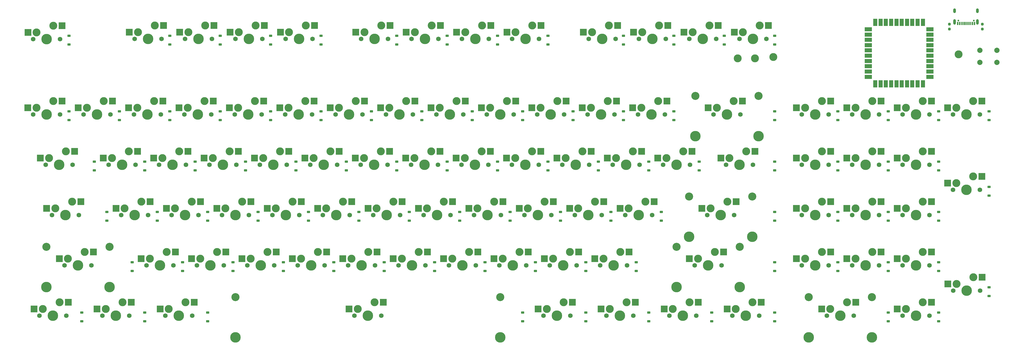
<source format=gbr>
%TF.GenerationSoftware,KiCad,Pcbnew,8.0.5*%
%TF.CreationDate,2024-11-10T22:51:29+11:00*%
%TF.ProjectId,keyboard,6b657962-6f61-4726-942e-6b696361645f,rev?*%
%TF.SameCoordinates,Original*%
%TF.FileFunction,Soldermask,Bot*%
%TF.FilePolarity,Negative*%
%FSLAX46Y46*%
G04 Gerber Fmt 4.6, Leading zero omitted, Abs format (unit mm)*
G04 Created by KiCad (PCBNEW 8.0.5) date 2024-11-10 22:51:29*
%MOMM*%
%LPD*%
G01*
G04 APERTURE LIST*
G04 Aperture macros list*
%AMRoundRect*
0 Rectangle with rounded corners*
0 $1 Rounding radius*
0 $2 $3 $4 $5 $6 $7 $8 $9 X,Y pos of 4 corners*
0 Add a 4 corners polygon primitive as box body*
4,1,4,$2,$3,$4,$5,$6,$7,$8,$9,$2,$3,0*
0 Add four circle primitives for the rounded corners*
1,1,$1+$1,$2,$3*
1,1,$1+$1,$4,$5*
1,1,$1+$1,$6,$7*
1,1,$1+$1,$8,$9*
0 Add four rect primitives between the rounded corners*
20,1,$1+$1,$2,$3,$4,$5,0*
20,1,$1+$1,$4,$5,$6,$7,0*
20,1,$1+$1,$6,$7,$8,$9,0*
20,1,$1+$1,$8,$9,$2,$3,0*%
G04 Aperture macros list end*
%ADD10C,1.750000*%
%ADD11C,3.000000*%
%ADD12C,3.987800*%
%ADD13R,2.550000X2.500000*%
%ADD14C,3.048000*%
%ADD15RoundRect,0.225000X0.375000X-0.225000X0.375000X0.225000X-0.375000X0.225000X-0.375000X-0.225000X0*%
%ADD16R,1.500000X2.800000*%
%ADD17R,2.800000X1.500000*%
%ADD18C,2.000000*%
%ADD19RoundRect,0.237500X-0.237500X0.250000X-0.237500X-0.250000X0.237500X-0.250000X0.237500X0.250000X0*%
%ADD20C,0.650000*%
%ADD21R,0.600000X1.240000*%
%ADD22R,0.300000X1.240000*%
%ADD23O,1.000000X1.800000*%
%ADD24O,1.000000X2.100000*%
G04 APERTURE END LIST*
D10*
%TO.C,K_19*%
X141495000Y-60725000D03*
D11*
X142765000Y-58185000D03*
D12*
X146575000Y-60725000D03*
D11*
X149115000Y-55645000D03*
D10*
X151655000Y-60725000D03*
D13*
X139490000Y-58185000D03*
X152417000Y-55645000D03*
%TD*%
D10*
%TO.C,K_20*%
X160545000Y-60725000D03*
D11*
X161815000Y-58185000D03*
D12*
X165625000Y-60725000D03*
D11*
X168165000Y-55645000D03*
D10*
X170705000Y-60725000D03*
D13*
X158540000Y-58185000D03*
X171467000Y-55645000D03*
%TD*%
D10*
%TO.C,K_16*%
X84345000Y-60725000D03*
D11*
X85615000Y-58185000D03*
D12*
X89425000Y-60725000D03*
D11*
X91965000Y-55645000D03*
D10*
X94505000Y-60725000D03*
D13*
X82340000Y-58185000D03*
X95267000Y-55645000D03*
%TD*%
D10*
%TO.C,K_F11*%
X275181706Y-32124520D03*
D11*
X276451706Y-29584520D03*
D12*
X280261706Y-32124520D03*
D11*
X282801706Y-27044520D03*
D10*
X285341706Y-32124520D03*
D13*
X273176706Y-29584520D03*
X286103706Y-27044520D03*
%TD*%
D10*
%TO.C,K_45*%
X317707500Y-79775000D03*
D11*
X318977500Y-77235000D03*
D12*
X322787500Y-79775000D03*
D11*
X325327500Y-74695000D03*
D10*
X327867500Y-79775000D03*
D13*
X315702500Y-77235000D03*
X328629500Y-74695000D03*
%TD*%
D10*
%TO.C,K_13*%
X27195000Y-60725000D03*
D11*
X28465000Y-58185000D03*
D12*
X32275000Y-60725000D03*
D11*
X34815000Y-55645000D03*
D10*
X37355000Y-60725000D03*
D13*
X25190000Y-58185000D03*
X38117000Y-55645000D03*
%TD*%
%TO.C,K_75*%
X252429500Y-112795000D03*
X239502500Y-115335000D03*
D10*
X251667500Y-117875000D03*
D11*
X249127500Y-112795000D03*
D12*
X246587500Y-117875000D03*
D11*
X242777500Y-115335000D03*
D10*
X241507500Y-117875000D03*
%TD*%
%TO.C,K_56*%
X174832500Y-98825000D03*
D11*
X176102500Y-96285000D03*
D12*
X179912500Y-98825000D03*
D11*
X182452500Y-93745000D03*
D10*
X184992500Y-98825000D03*
D13*
X172827500Y-96285000D03*
X185754500Y-93745000D03*
%TD*%
D10*
%TO.C,K_46*%
X336757500Y-79775000D03*
D11*
X338027500Y-77235000D03*
D12*
X341837500Y-79775000D03*
D11*
X344377500Y-74695000D03*
D10*
X346917500Y-79775000D03*
D13*
X334752500Y-77235000D03*
X347679500Y-74695000D03*
%TD*%
D10*
%TO.C,K_78*%
X336757500Y-117875000D03*
D11*
X338027500Y-115335000D03*
D12*
X341837500Y-117875000D03*
D11*
X344377500Y-112795000D03*
D10*
X346917500Y-117875000D03*
D13*
X334752500Y-115335000D03*
X347679500Y-112795000D03*
%TD*%
%TO.C,K_74*%
X233379500Y-112795000D03*
X220452500Y-115335000D03*
D10*
X232617500Y-117875000D03*
D11*
X230077500Y-112795000D03*
D12*
X227537500Y-117875000D03*
D11*
X223727500Y-115335000D03*
D10*
X222457500Y-117875000D03*
%TD*%
%TO.C,K_35*%
X112920000Y-79775000D03*
D11*
X114190000Y-77235000D03*
D12*
X118000000Y-79775000D03*
D11*
X120540000Y-74695000D03*
D10*
X123080000Y-79775000D03*
D13*
X110915000Y-77235000D03*
X123842000Y-74695000D03*
%TD*%
D10*
%TO.C,K_15*%
X65295000Y-60725000D03*
D11*
X66565000Y-58185000D03*
D12*
X70375000Y-60725000D03*
D11*
X72915000Y-55645000D03*
D10*
X75455000Y-60725000D03*
D13*
X63290000Y-58185000D03*
X76217000Y-55645000D03*
%TD*%
D10*
%TO.C,K_ESC1*%
X27250000Y-32205000D03*
D11*
X28520000Y-29665000D03*
D12*
X32330000Y-32205000D03*
D11*
X34870000Y-27125000D03*
D10*
X37410000Y-32205000D03*
D13*
X25245000Y-29665000D03*
X38172000Y-27125000D03*
%TD*%
D10*
%TO.C,K_38*%
X170070000Y-79775000D03*
D11*
X171340000Y-77235000D03*
D12*
X175150000Y-79775000D03*
D11*
X177690000Y-74695000D03*
D10*
X180230000Y-79775000D03*
D13*
X168065000Y-77235000D03*
X180992000Y-74695000D03*
%TD*%
D10*
%TO.C,K_79*%
X355807500Y-117875000D03*
D11*
X357077500Y-115335000D03*
D12*
X360887500Y-117875000D03*
D11*
X363427500Y-112795000D03*
D10*
X365967500Y-117875000D03*
D13*
X353802500Y-115335000D03*
X366729500Y-112795000D03*
%TD*%
D10*
%TO.C,K_86*%
X243888750Y-136925000D03*
D11*
X245158750Y-134385000D03*
D12*
X248968750Y-136925000D03*
D11*
X251508750Y-131845000D03*
D10*
X254048750Y-136925000D03*
D13*
X241883750Y-134385000D03*
X254810750Y-131845000D03*
%TD*%
D10*
%TO.C,K_F9*%
X237170000Y-32125000D03*
D11*
X238440000Y-29585000D03*
D12*
X242250000Y-32125000D03*
D11*
X244790000Y-27045000D03*
D10*
X247330000Y-32125000D03*
D13*
X235165000Y-29585000D03*
X248092000Y-27045000D03*
%TD*%
D10*
%TO.C,K_88*%
X291513750Y-136925000D03*
D11*
X292783750Y-134385000D03*
D12*
X296593750Y-136925000D03*
D11*
X299133750Y-131845000D03*
D10*
X301673750Y-136925000D03*
D13*
X289508750Y-134385000D03*
X302435750Y-131845000D03*
%TD*%
D10*
%TO.C,K_81*%
X29576250Y-136925000D03*
D11*
X30846250Y-134385000D03*
D12*
X34656250Y-136925000D03*
D11*
X37196250Y-131845000D03*
D10*
X39736250Y-136925000D03*
D13*
X27571250Y-134385000D03*
X40498250Y-131845000D03*
%TD*%
D10*
%TO.C,K_23*%
X217695000Y-60725000D03*
D11*
X218965000Y-58185000D03*
D12*
X222775000Y-60725000D03*
D11*
X225315000Y-55645000D03*
D10*
X227855000Y-60725000D03*
D13*
X215690000Y-58185000D03*
X228617000Y-55645000D03*
%TD*%
D10*
%TO.C,K_63*%
X336757500Y-98825000D03*
D11*
X338027500Y-96285000D03*
D12*
X341837500Y-98825000D03*
D11*
X344377500Y-93745000D03*
D10*
X346917500Y-98825000D03*
D13*
X334752500Y-96285000D03*
X347679500Y-93745000D03*
%TD*%
%TO.C,K_67*%
X100029500Y-112795000D03*
X87102500Y-115335000D03*
D10*
X99267500Y-117875000D03*
D11*
X96727500Y-112795000D03*
D12*
X94187500Y-117875000D03*
D11*
X90377500Y-115335000D03*
D10*
X89107500Y-117875000D03*
%TD*%
%TO.C,K_53*%
X117682500Y-98825000D03*
D11*
X118952500Y-96285000D03*
D12*
X122762500Y-98825000D03*
D11*
X125302500Y-93745000D03*
D10*
X127842500Y-98825000D03*
D13*
X115677500Y-96285000D03*
X128604500Y-93745000D03*
%TD*%
%TO.C,K_72*%
X195279500Y-112795000D03*
X182352500Y-115335000D03*
D10*
X194517500Y-117875000D03*
D11*
X191977500Y-112795000D03*
D12*
X189437500Y-117875000D03*
D11*
X185627500Y-115335000D03*
D10*
X184357500Y-117875000D03*
%TD*%
%TO.C,K_47*%
X355807500Y-79775000D03*
D11*
X357077500Y-77235000D03*
D12*
X360887500Y-79775000D03*
D11*
X363427500Y-74695000D03*
D10*
X365967500Y-79775000D03*
D13*
X353802500Y-77235000D03*
X366729500Y-74695000D03*
%TD*%
D10*
%TO.C,K_60*%
X251032500Y-98825000D03*
D11*
X252302500Y-96285000D03*
D12*
X256112500Y-98825000D03*
D11*
X258652500Y-93745000D03*
D10*
X261192500Y-98825000D03*
D13*
X249027500Y-96285000D03*
X261954500Y-93745000D03*
%TD*%
D10*
%TO.C,K_F7*%
X189266209Y-32133694D03*
D11*
X190536209Y-29593694D03*
D12*
X194346209Y-32133694D03*
D11*
X196886209Y-27053694D03*
D10*
X199426209Y-32133694D03*
D13*
X187261209Y-29593694D03*
X200188209Y-27053694D03*
%TD*%
%TO.C,K_61*%
X292910750Y-93745000D03*
X279983750Y-96285000D03*
D12*
X299006750Y-107080000D03*
D14*
X299006750Y-91840000D03*
D10*
X292148750Y-98825000D03*
D11*
X289608750Y-93745000D03*
D12*
X287068750Y-98825000D03*
D11*
X283258750Y-96285000D03*
D10*
X281988750Y-98825000D03*
D12*
X275130750Y-107080000D03*
D14*
X275130750Y-91840000D03*
%TD*%
D10*
%TO.C,K_25*%
X255795000Y-60725000D03*
D11*
X257065000Y-58185000D03*
D12*
X260875000Y-60725000D03*
D11*
X263415000Y-55645000D03*
D10*
X265955000Y-60725000D03*
D13*
X253790000Y-58185000D03*
X266717000Y-55645000D03*
%TD*%
D10*
%TO.C,K_F8*%
X208266209Y-32133694D03*
D11*
X209536209Y-29593694D03*
D12*
X213346209Y-32133694D03*
D11*
X215886209Y-27053694D03*
D10*
X218426209Y-32133694D03*
D13*
X206261209Y-29593694D03*
X219188209Y-27053694D03*
%TD*%
D10*
%TO.C,K_F12*%
X294221706Y-32124520D03*
D11*
X295491706Y-29584520D03*
D12*
X299301706Y-32124520D03*
D11*
X301841706Y-27044520D03*
D10*
X304381706Y-32124520D03*
D13*
X292216706Y-29584520D03*
X305143706Y-27044520D03*
%TD*%
D10*
%TO.C,K_33*%
X74820000Y-79775000D03*
D11*
X76090000Y-77235000D03*
D12*
X79900000Y-79775000D03*
D11*
X82440000Y-74695000D03*
D10*
X84980000Y-79775000D03*
D13*
X72815000Y-77235000D03*
X85742000Y-74695000D03*
%TD*%
%TO.C,K_76*%
X288148250Y-112795000D03*
X275221250Y-115335000D03*
D12*
X294244250Y-126130000D03*
D14*
X294244250Y-110890000D03*
D10*
X287386250Y-117875000D03*
D11*
X284846250Y-112795000D03*
D12*
X282306250Y-117875000D03*
D11*
X278496250Y-115335000D03*
D10*
X277226250Y-117875000D03*
D12*
X270368250Y-126130000D03*
D14*
X270368250Y-110890000D03*
%TD*%
D13*
%TO.C,K_73*%
X214329500Y-112795000D03*
X201402500Y-115335000D03*
D10*
X213567500Y-117875000D03*
D11*
X211027500Y-112795000D03*
D12*
X208487500Y-117875000D03*
D11*
X204677500Y-115335000D03*
D10*
X203407500Y-117875000D03*
%TD*%
D13*
%TO.C,K_70*%
X157179500Y-112795000D03*
X144252500Y-115335000D03*
D10*
X156417500Y-117875000D03*
D11*
X153877500Y-112795000D03*
D12*
X151337500Y-117875000D03*
D11*
X147527500Y-115335000D03*
D10*
X146257500Y-117875000D03*
%TD*%
%TO.C,K_24*%
X236745000Y-60725000D03*
D11*
X238015000Y-58185000D03*
D12*
X241825000Y-60725000D03*
D11*
X244365000Y-55645000D03*
D10*
X246905000Y-60725000D03*
D13*
X234740000Y-58185000D03*
X247667000Y-55645000D03*
%TD*%
D10*
%TO.C,K_54*%
X136732500Y-98825000D03*
D11*
X138002500Y-96285000D03*
D12*
X141812500Y-98825000D03*
D11*
X144352500Y-93745000D03*
D10*
X146892500Y-98825000D03*
D13*
X134727500Y-96285000D03*
X147654500Y-93745000D03*
%TD*%
D10*
%TO.C,K_29*%
X355807500Y-60725000D03*
D11*
X357077500Y-58185000D03*
D12*
X360887500Y-60725000D03*
D11*
X363427500Y-55645000D03*
D10*
X365967500Y-60725000D03*
D13*
X353802500Y-58185000D03*
X366729500Y-55645000D03*
%TD*%
D10*
%TO.C,K_F10*%
X256181706Y-32124520D03*
D11*
X257451706Y-29584520D03*
D12*
X261261706Y-32124520D03*
D11*
X263801706Y-27044520D03*
D10*
X266341706Y-32124520D03*
D13*
X254176706Y-29584520D03*
X267103706Y-27044520D03*
%TD*%
D10*
%TO.C,K_32*%
X55770000Y-79775000D03*
D11*
X57040000Y-77235000D03*
D12*
X60850000Y-79775000D03*
D11*
X63390000Y-74695000D03*
D10*
X65930000Y-79775000D03*
D13*
X53765000Y-77235000D03*
X66692000Y-74695000D03*
%TD*%
D10*
%TO.C,K_34*%
X93870000Y-79775000D03*
D11*
X95140000Y-77235000D03*
D12*
X98950000Y-79775000D03*
D11*
X101490000Y-74695000D03*
D10*
X104030000Y-79775000D03*
D13*
X91865000Y-77235000D03*
X104792000Y-74695000D03*
%TD*%
%TO.C,K_68*%
X119079500Y-112795000D03*
X106152500Y-115335000D03*
D10*
X118317500Y-117875000D03*
D11*
X115777500Y-112795000D03*
D12*
X113237500Y-117875000D03*
D11*
X109427500Y-115335000D03*
D10*
X108157500Y-117875000D03*
%TD*%
%TO.C,K_42*%
X246270000Y-79775000D03*
D11*
X247540000Y-77235000D03*
D12*
X251350000Y-79775000D03*
D11*
X253890000Y-74695000D03*
D10*
X256430000Y-79775000D03*
D13*
X244265000Y-77235000D03*
X257192000Y-74695000D03*
%TD*%
D10*
%TO.C,K_14*%
X46245000Y-60725000D03*
D11*
X47515000Y-58185000D03*
D12*
X51325000Y-60725000D03*
D11*
X53865000Y-55645000D03*
D10*
X56405000Y-60725000D03*
D13*
X44240000Y-58185000D03*
X57167000Y-55645000D03*
%TD*%
D14*
%TO.C,K_84*%
X103718850Y-129940000D03*
D12*
X103718850Y-145180000D03*
D10*
X148638750Y-136925000D03*
D11*
X149908750Y-134385000D03*
D12*
X153718750Y-136925000D03*
D11*
X156258750Y-131845000D03*
D10*
X158798750Y-136925000D03*
D14*
X203718650Y-129940000D03*
D12*
X203718650Y-145180000D03*
D13*
X146633750Y-134385000D03*
X159560750Y-131845000D03*
%TD*%
D10*
%TO.C,K_39*%
X189120000Y-79775000D03*
D11*
X190390000Y-77235000D03*
D12*
X194200000Y-79775000D03*
D11*
X196740000Y-74695000D03*
D10*
X199280000Y-79775000D03*
D13*
X187115000Y-77235000D03*
X200042000Y-74695000D03*
%TD*%
D14*
%TO.C,K_89*%
X320374500Y-129940000D03*
D12*
X320374500Y-145180000D03*
D10*
X327232500Y-136925000D03*
D11*
X328502500Y-134385000D03*
D12*
X332312500Y-136925000D03*
D11*
X334852500Y-131845000D03*
D10*
X337392500Y-136925000D03*
D14*
X344250500Y-129940000D03*
D12*
X344250500Y-145180000D03*
D13*
X325227500Y-134385000D03*
X338154500Y-131845000D03*
%TD*%
D10*
%TO.C,K_59*%
X231982500Y-98825000D03*
D11*
X233252500Y-96285000D03*
D12*
X237062500Y-98825000D03*
D11*
X239602500Y-93745000D03*
D10*
X242142500Y-98825000D03*
D13*
X229977500Y-96285000D03*
X242904500Y-93745000D03*
%TD*%
D10*
%TO.C,K_62*%
X317707500Y-98825000D03*
D11*
X318977500Y-96285000D03*
D12*
X322787500Y-98825000D03*
D11*
X325327500Y-93745000D03*
D10*
X327867500Y-98825000D03*
D13*
X315702500Y-96285000D03*
X328629500Y-93745000D03*
%TD*%
D10*
%TO.C,K_49*%
X34338750Y-98825000D03*
D11*
X35608750Y-96285000D03*
D12*
X39418750Y-98825000D03*
D11*
X41958750Y-93745000D03*
D10*
X44498750Y-98825000D03*
D13*
X32333750Y-96285000D03*
X45260750Y-93745000D03*
%TD*%
D10*
%TO.C,K_18*%
X122445000Y-60725000D03*
D11*
X123715000Y-58185000D03*
D12*
X127525000Y-60725000D03*
D11*
X130065000Y-55645000D03*
D10*
X132605000Y-60725000D03*
D13*
X120440000Y-58185000D03*
X133367000Y-55645000D03*
%TD*%
D10*
%TO.C,K_17*%
X103395000Y-60725000D03*
D11*
X104665000Y-58185000D03*
D12*
X108475000Y-60725000D03*
D11*
X111015000Y-55645000D03*
D10*
X113555000Y-60725000D03*
D13*
X101390000Y-58185000D03*
X114317000Y-55645000D03*
%TD*%
D10*
%TO.C,K_F1*%
X65599475Y-32177388D03*
D11*
X66869475Y-29637388D03*
D12*
X70679475Y-32177388D03*
D11*
X73219475Y-27097388D03*
D10*
X75759475Y-32177388D03*
D13*
X63594475Y-29637388D03*
X76521475Y-27097388D03*
%TD*%
D10*
%TO.C,K_87*%
X267701250Y-136925000D03*
D11*
X268971250Y-134385000D03*
D12*
X272781250Y-136925000D03*
D11*
X275321250Y-131845000D03*
D10*
X277861250Y-136925000D03*
D13*
X265696250Y-134385000D03*
X278623250Y-131845000D03*
%TD*%
D10*
%TO.C,K_85*%
X220076250Y-136925000D03*
D11*
X221346250Y-134385000D03*
D12*
X225156250Y-136925000D03*
D11*
X227696250Y-131845000D03*
D10*
X230236250Y-136925000D03*
D13*
X218071250Y-134385000D03*
X230998250Y-131845000D03*
%TD*%
D10*
%TO.C,K_83*%
X77201250Y-136925000D03*
D11*
X78471250Y-134385000D03*
D12*
X82281250Y-136925000D03*
D11*
X84821250Y-131845000D03*
D10*
X87361250Y-136925000D03*
D13*
X75196250Y-134385000D03*
X88123250Y-131845000D03*
%TD*%
D10*
%TO.C,K_77*%
X317707500Y-117875000D03*
D11*
X318977500Y-115335000D03*
D12*
X322787500Y-117875000D03*
D11*
X325327500Y-112795000D03*
D10*
X327867500Y-117875000D03*
D13*
X315702500Y-115335000D03*
X328629500Y-112795000D03*
%TD*%
D10*
%TO.C,K_44*%
X289132500Y-79775000D03*
D11*
X290402500Y-77235000D03*
D12*
X294212500Y-79775000D03*
D11*
X296752500Y-74695000D03*
D10*
X299292500Y-79775000D03*
D13*
X287127500Y-77235000D03*
X300054500Y-74695000D03*
%TD*%
D10*
%TO.C,K_30*%
X374857500Y-60725000D03*
D11*
X376127500Y-58185000D03*
D12*
X379937500Y-60725000D03*
D11*
X382477500Y-55645000D03*
D10*
X385017500Y-60725000D03*
D13*
X372852500Y-58185000D03*
X385779500Y-55645000D03*
%TD*%
%TO.C,K_66*%
X80979500Y-112795000D03*
X68052500Y-115335000D03*
D10*
X80217500Y-117875000D03*
D11*
X77677500Y-112795000D03*
D12*
X75137500Y-117875000D03*
D11*
X71327500Y-115335000D03*
D10*
X70057500Y-117875000D03*
%TD*%
%TO.C,K_64*%
X355807500Y-98825000D03*
D11*
X357077500Y-96285000D03*
D12*
X360887500Y-98825000D03*
D11*
X363427500Y-93745000D03*
D10*
X365967500Y-98825000D03*
D13*
X353802500Y-96285000D03*
X366729500Y-93745000D03*
%TD*%
D10*
%TO.C,K_58*%
X212932500Y-98825000D03*
D11*
X214202500Y-96285000D03*
D12*
X218012500Y-98825000D03*
D11*
X220552500Y-93745000D03*
D10*
X223092500Y-98825000D03*
D13*
X210927500Y-96285000D03*
X223854500Y-93745000D03*
%TD*%
D10*
%TO.C,K_21*%
X179595000Y-60725000D03*
D11*
X180865000Y-58185000D03*
D12*
X184675000Y-60725000D03*
D11*
X187215000Y-55645000D03*
D10*
X189755000Y-60725000D03*
D13*
X177590000Y-58185000D03*
X190517000Y-55645000D03*
%TD*%
D10*
%TO.C,K_43*%
X265320000Y-79775000D03*
D11*
X266590000Y-77235000D03*
D12*
X270400000Y-79775000D03*
D11*
X272940000Y-74695000D03*
D10*
X275480000Y-79775000D03*
D13*
X263315000Y-77235000D03*
X276242000Y-74695000D03*
%TD*%
D10*
%TO.C,K_48*%
X374864143Y-89283423D03*
D11*
X376134143Y-86743423D03*
D12*
X379944143Y-89283423D03*
D11*
X382484143Y-84203423D03*
D10*
X385024143Y-89283423D03*
D13*
X372859143Y-86743423D03*
X385786143Y-84203423D03*
%TD*%
%TO.C,K_71*%
X176229500Y-112795000D03*
X163302500Y-115335000D03*
D10*
X175467500Y-117875000D03*
D11*
X172927500Y-112795000D03*
D12*
X170387500Y-117875000D03*
D11*
X166577500Y-115335000D03*
D10*
X165307500Y-117875000D03*
%TD*%
%TO.C,K_40*%
X208170000Y-79775000D03*
D11*
X209440000Y-77235000D03*
D12*
X213250000Y-79775000D03*
D11*
X215790000Y-74695000D03*
D10*
X218330000Y-79775000D03*
D13*
X206165000Y-77235000D03*
X219092000Y-74695000D03*
%TD*%
D10*
%TO.C,K_52*%
X98632500Y-98825000D03*
D11*
X99902500Y-96285000D03*
D12*
X103712500Y-98825000D03*
D11*
X106252500Y-93745000D03*
D10*
X108792500Y-98825000D03*
D13*
X96627500Y-96285000D03*
X109554500Y-93745000D03*
%TD*%
D10*
%TO.C,K_80*%
X374920000Y-127500000D03*
D11*
X376190000Y-124960000D03*
D12*
X380000000Y-127500000D03*
D11*
X382540000Y-122420000D03*
D10*
X385080000Y-127500000D03*
D13*
X372915000Y-124960000D03*
X385842000Y-122420000D03*
%TD*%
D10*
%TO.C,K_F5*%
X151170000Y-32125000D03*
D11*
X152440000Y-29585000D03*
D12*
X156250000Y-32125000D03*
D11*
X158790000Y-27045000D03*
D10*
X161330000Y-32125000D03*
D13*
X149165000Y-29585000D03*
X162092000Y-27045000D03*
%TD*%
D10*
%TO.C,K_F2*%
X84637347Y-32136106D03*
D11*
X85907347Y-29596106D03*
D12*
X89717347Y-32136106D03*
D11*
X92257347Y-27056106D03*
D10*
X94797347Y-32136106D03*
D13*
X82632347Y-29596106D03*
X95559347Y-27056106D03*
%TD*%
D10*
%TO.C,K_82*%
X53388750Y-136925000D03*
D11*
X54658750Y-134385000D03*
D12*
X58468750Y-136925000D03*
D11*
X61008750Y-131845000D03*
D10*
X63548750Y-136925000D03*
D13*
X51383750Y-134385000D03*
X64310750Y-131845000D03*
%TD*%
D10*
%TO.C,K_27*%
X317707500Y-60725000D03*
D11*
X318977500Y-58185000D03*
D12*
X322787500Y-60725000D03*
D11*
X325327500Y-55645000D03*
D10*
X327867500Y-60725000D03*
D13*
X315702500Y-58185000D03*
X328629500Y-55645000D03*
%TD*%
D10*
%TO.C,K_90*%
X355807500Y-136925000D03*
D11*
X357077500Y-134385000D03*
D12*
X360887500Y-136925000D03*
D11*
X363427500Y-131845000D03*
D10*
X365967500Y-136925000D03*
D13*
X353802500Y-134385000D03*
X366729500Y-131845000D03*
%TD*%
D10*
%TO.C,K_51*%
X79582500Y-98825000D03*
D11*
X80852500Y-96285000D03*
D12*
X84662500Y-98825000D03*
D11*
X87202500Y-93745000D03*
D10*
X89742500Y-98825000D03*
D13*
X77577500Y-96285000D03*
X90504500Y-93745000D03*
%TD*%
D10*
%TO.C,K_22*%
X198645000Y-60725000D03*
D11*
X199915000Y-58185000D03*
D12*
X203725000Y-60725000D03*
D11*
X206265000Y-55645000D03*
D10*
X208805000Y-60725000D03*
D13*
X196640000Y-58185000D03*
X209567000Y-55645000D03*
%TD*%
D14*
%TO.C,K_26*%
X277512000Y-53740000D03*
D12*
X277512000Y-68980000D03*
D10*
X284370000Y-60725000D03*
D11*
X285640000Y-58185000D03*
D12*
X289450000Y-60725000D03*
D11*
X291990000Y-55645000D03*
D10*
X294530000Y-60725000D03*
D14*
X301388000Y-53740000D03*
D12*
X301388000Y-68980000D03*
D13*
X282365000Y-58185000D03*
X295292000Y-55645000D03*
%TD*%
%TO.C,K_69*%
X138129500Y-112795000D03*
X125202500Y-115335000D03*
D10*
X137367500Y-117875000D03*
D11*
X134827500Y-112795000D03*
D12*
X132287500Y-117875000D03*
D11*
X128477500Y-115335000D03*
D10*
X127207500Y-117875000D03*
%TD*%
%TO.C,K_28*%
X336757500Y-60725000D03*
D11*
X338027500Y-58185000D03*
D12*
X341837500Y-60725000D03*
D11*
X344377500Y-55645000D03*
D10*
X346917500Y-60725000D03*
D13*
X334752500Y-58185000D03*
X347679500Y-55645000D03*
%TD*%
D10*
%TO.C,K_F4*%
X122670000Y-32125000D03*
D11*
X123940000Y-29585000D03*
D12*
X127750000Y-32125000D03*
D11*
X130290000Y-27045000D03*
D10*
X132830000Y-32125000D03*
D13*
X120665000Y-29585000D03*
X133592000Y-27045000D03*
%TD*%
D10*
%TO.C,K_31*%
X31957500Y-79775000D03*
D11*
X33227500Y-77235000D03*
D12*
X37037500Y-79775000D03*
D11*
X39577500Y-74695000D03*
D10*
X42117500Y-79775000D03*
D13*
X29952500Y-77235000D03*
X42879500Y-74695000D03*
%TD*%
D10*
%TO.C,K_57*%
X193882500Y-98825000D03*
D11*
X195152500Y-96285000D03*
D12*
X198962500Y-98825000D03*
D11*
X201502500Y-93745000D03*
D10*
X204042500Y-98825000D03*
D13*
X191877500Y-96285000D03*
X204804500Y-93745000D03*
%TD*%
D10*
%TO.C,K_50*%
X60532500Y-98825000D03*
D11*
X61802500Y-96285000D03*
D12*
X65612500Y-98825000D03*
D11*
X68152500Y-93745000D03*
D10*
X70692500Y-98825000D03*
D13*
X58527500Y-96285000D03*
X71454500Y-93745000D03*
%TD*%
D10*
%TO.C,K_37*%
X151020000Y-79775000D03*
D11*
X152290000Y-77235000D03*
D12*
X156100000Y-79775000D03*
D11*
X158640000Y-74695000D03*
D10*
X161180000Y-79775000D03*
D13*
X149015000Y-77235000D03*
X161942000Y-74695000D03*
%TD*%
D10*
%TO.C,K_36*%
X131970000Y-79775000D03*
D11*
X133240000Y-77235000D03*
D12*
X137050000Y-79775000D03*
D11*
X139590000Y-74695000D03*
D10*
X142130000Y-79775000D03*
D13*
X129965000Y-77235000D03*
X142892000Y-74695000D03*
%TD*%
D10*
%TO.C,K_F6*%
X170202485Y-32118486D03*
D11*
X171472485Y-29578486D03*
D12*
X175282485Y-32118486D03*
D11*
X177822485Y-27038486D03*
D10*
X180362485Y-32118486D03*
D13*
X168197485Y-29578486D03*
X181124485Y-27038486D03*
%TD*%
%TO.C,K_65*%
X50023250Y-112795000D03*
X37096250Y-115335000D03*
D12*
X56119250Y-126130000D03*
D14*
X56119250Y-110890000D03*
D10*
X49261250Y-117875000D03*
D11*
X46721250Y-112795000D03*
D12*
X44181250Y-117875000D03*
D11*
X40371250Y-115335000D03*
D10*
X39101250Y-117875000D03*
D12*
X32243250Y-126130000D03*
D14*
X32243250Y-110890000D03*
%TD*%
D10*
%TO.C,K_41*%
X227220000Y-79775000D03*
D11*
X228490000Y-77235000D03*
D12*
X232300000Y-79775000D03*
D11*
X234840000Y-74695000D03*
D10*
X237380000Y-79775000D03*
D13*
X225215000Y-77235000D03*
X238142000Y-74695000D03*
%TD*%
D10*
%TO.C,K_55*%
X155782500Y-98825000D03*
D11*
X157052500Y-96285000D03*
D12*
X160862500Y-98825000D03*
D11*
X163402500Y-93745000D03*
D10*
X165942500Y-98825000D03*
D13*
X153777500Y-96285000D03*
X166704500Y-93745000D03*
%TD*%
D10*
%TO.C,K_F3*%
X103670000Y-32125000D03*
D11*
X104940000Y-29585000D03*
D12*
X108750000Y-32125000D03*
D11*
X111290000Y-27045000D03*
D10*
X113830000Y-32125000D03*
D13*
X101665000Y-29585000D03*
X114592000Y-27045000D03*
%TD*%
D15*
%TO.C,D_13*%
X40800000Y-62875000D03*
X40800000Y-59575000D03*
%TD*%
%TO.C,D_34*%
X107475000Y-81925000D03*
X107475000Y-78625000D03*
%TD*%
%TO.C,D_60*%
X264637500Y-100975000D03*
X264637500Y-97675000D03*
%TD*%
%TO.C,D_85*%
X236062500Y-139075000D03*
X236062500Y-135775000D03*
%TD*%
%TO.C,D_15*%
X78900000Y-62875000D03*
X78900000Y-59575000D03*
%TD*%
%TO.C,D_24*%
X250350000Y-62875000D03*
X250350000Y-59575000D03*
%TD*%
%TO.C,D_4*%
X136050000Y-34300000D03*
X136050000Y-31000000D03*
%TD*%
%TO.C,D_88*%
X307500000Y-139075000D03*
X307500000Y-135775000D03*
%TD*%
%TO.C,D_57*%
X207487500Y-100975000D03*
X207487500Y-97675000D03*
%TD*%
%TO.C,D_20*%
X174150000Y-62875000D03*
X174150000Y-59575000D03*
%TD*%
%TO.C,D_87*%
X283687500Y-139075000D03*
X283687500Y-135775000D03*
%TD*%
%TO.C,D_33*%
X88425000Y-81925000D03*
X88425000Y-78625000D03*
%TD*%
%TO.C,D_10*%
X269400000Y-34300000D03*
X269400000Y-31000000D03*
%TD*%
%TO.C,D_58*%
X226537500Y-100975000D03*
X226537500Y-97675000D03*
%TD*%
%TO.C,D_65*%
X64612500Y-120025000D03*
X64612500Y-116725000D03*
%TD*%
D16*
%TO.C,U1*%
X363500000Y-49150000D03*
X361500000Y-49150000D03*
X359500000Y-49150000D03*
X357500000Y-49150000D03*
X355500000Y-49150000D03*
X353500000Y-49150000D03*
X351500000Y-49150000D03*
X349500000Y-49150000D03*
X347500000Y-49150000D03*
X345500000Y-49150000D03*
D17*
X342850000Y-46500000D03*
X342850000Y-44500000D03*
X342850000Y-42500000D03*
X342850000Y-40500000D03*
X342850000Y-38500000D03*
X342850000Y-36500000D03*
X342850000Y-34500000D03*
X342850000Y-32500000D03*
X342850000Y-30500000D03*
X342850000Y-28500000D03*
D16*
X345500000Y-25850000D03*
X347500000Y-25850000D03*
X349500000Y-25850000D03*
X351500000Y-25850000D03*
X353500000Y-25850000D03*
X355500000Y-25850000D03*
X357500000Y-25850000D03*
X359500000Y-25850000D03*
X361500000Y-25850000D03*
X363500000Y-25850000D03*
D17*
X366150000Y-28500000D03*
X366150000Y-30500000D03*
X366150000Y-32500000D03*
X366150000Y-34500000D03*
X366150000Y-36500000D03*
X366150000Y-38500000D03*
X366150000Y-40500000D03*
X366150000Y-42500000D03*
X366150000Y-44500000D03*
X366150000Y-46500000D03*
%TD*%
D15*
%TO.C,D_2*%
X97950000Y-34300000D03*
X97950000Y-31000000D03*
%TD*%
%TO.C,D_39*%
X202725000Y-81925000D03*
X202725000Y-78625000D03*
%TD*%
%TO.C,D_63*%
X350362500Y-100975000D03*
X350362500Y-97675000D03*
%TD*%
%TO.C,D_41*%
X240825000Y-81925000D03*
X240825000Y-78625000D03*
%TD*%
%TO.C,D_3*%
X117000000Y-34300000D03*
X117000000Y-31000000D03*
%TD*%
%TO.C,D_1*%
X78900000Y-34300000D03*
X78900000Y-31000000D03*
%TD*%
%TO.C,D_46*%
X350362500Y-81925000D03*
X350362500Y-78625000D03*
%TD*%
%TO.C,D_12*%
X307500000Y-34300000D03*
X307500000Y-31000000D03*
%TD*%
%TO.C,D_89*%
X350362500Y-139075000D03*
X350362500Y-135775000D03*
%TD*%
%TO.C,D_84*%
X212250000Y-139075000D03*
X212250000Y-135775000D03*
%TD*%
%TO.C,D_43*%
X278925000Y-81925000D03*
X278925000Y-78625000D03*
%TD*%
%TO.C,D_14*%
X59850000Y-62875000D03*
X59850000Y-59575000D03*
%TD*%
%TO.C,D_66*%
X83662500Y-120025000D03*
X83662500Y-116725000D03*
%TD*%
%TO.C,D_82*%
X69375000Y-139075000D03*
X69375000Y-135775000D03*
%TD*%
%TO.C,D_29*%
X369412500Y-62875000D03*
X369412500Y-59575000D03*
%TD*%
%TO.C,D_25*%
X269400000Y-62875000D03*
X269400000Y-59575000D03*
%TD*%
%TO.C,D_75*%
X255112500Y-120025000D03*
X255112500Y-116725000D03*
%TD*%
D18*
%TO.C,SW1*%
X391500000Y-36500000D03*
X385000000Y-36500000D03*
X391500000Y-41000000D03*
X385000000Y-41000000D03*
%TD*%
D15*
%TO.C,D_30*%
X388462500Y-62875000D03*
X388462500Y-59575000D03*
%TD*%
%TO.C,D_49*%
X55087500Y-100975000D03*
X55087500Y-97675000D03*
%TD*%
%TO.C,D_16*%
X97950000Y-62875000D03*
X97950000Y-59575000D03*
%TD*%
%TO.C,D_56*%
X188437500Y-100975000D03*
X188437500Y-97675000D03*
%TD*%
%TO.C,D_71*%
X178912500Y-120025000D03*
X178912500Y-116725000D03*
%TD*%
%TO.C,D_21*%
X193200000Y-62875000D03*
X193200000Y-59575000D03*
%TD*%
%TO.C,D_22*%
X212250000Y-62875000D03*
X212250000Y-59575000D03*
%TD*%
%TO.C,D_5*%
X164625000Y-34300000D03*
X164625000Y-31000000D03*
%TD*%
%TO.C,D_38*%
X183675000Y-81925000D03*
X183675000Y-78625000D03*
%TD*%
%TO.C,D_59*%
X245587500Y-100975000D03*
X245587500Y-97675000D03*
%TD*%
D11*
%TO.C,TP1*%
X293500000Y-39500000D03*
%TD*%
%TO.C,TP2*%
X300000000Y-39500000D03*
%TD*%
D15*
%TO.C,D_52*%
X112237500Y-100975000D03*
X112237500Y-97675000D03*
%TD*%
%TO.C,D_86*%
X259875000Y-139075000D03*
X259875000Y-135775000D03*
%TD*%
%TO.C,D_54*%
X150337500Y-100975000D03*
X150337500Y-97675000D03*
%TD*%
D19*
%TO.C,R1*%
X373500000Y-26587500D03*
X373500000Y-28412500D03*
%TD*%
D15*
%TO.C,D_70*%
X159862500Y-120025000D03*
X159862500Y-116725000D03*
%TD*%
%TO.C,D_80*%
X388462500Y-129500000D03*
X388462500Y-126200000D03*
%TD*%
%TO.C,D_7*%
X202725000Y-34300000D03*
X202725000Y-31000000D03*
%TD*%
%TO.C,D_17*%
X117000000Y-62875000D03*
X117000000Y-59575000D03*
%TD*%
%TO.C,D_42*%
X259875000Y-81925000D03*
X259875000Y-78625000D03*
%TD*%
%TO.C,D_61*%
X307500000Y-100975000D03*
X307500000Y-97675000D03*
%TD*%
%TO.C,D_90*%
X369412500Y-139075000D03*
X369412500Y-135775000D03*
%TD*%
%TO.C,D_47*%
X369412500Y-81925000D03*
X369412500Y-78625000D03*
%TD*%
%TO.C,D_6*%
X183675000Y-34300000D03*
X183675000Y-31000000D03*
%TD*%
%TO.C,D_48*%
X388462500Y-91500000D03*
X388462500Y-88200000D03*
%TD*%
D19*
%TO.C,R2*%
X386000000Y-26587500D03*
X386000000Y-28412500D03*
%TD*%
D15*
%TO.C,D_83*%
X93187500Y-139075000D03*
X93187500Y-135775000D03*
%TD*%
%TO.C,D_78*%
X350362500Y-120025000D03*
X350362500Y-116725000D03*
%TD*%
%TO.C,D_23*%
X231300000Y-62875000D03*
X231300000Y-59575000D03*
%TD*%
%TO.C,D_45*%
X331312500Y-81925000D03*
X331312500Y-78625000D03*
%TD*%
%TO.C,D_26*%
X307500000Y-62875000D03*
X307500000Y-59575000D03*
%TD*%
%TO.C,D_37*%
X164625000Y-81925000D03*
X164625000Y-78625000D03*
%TD*%
%TO.C,D_44*%
X307500000Y-81925000D03*
X307500000Y-78625000D03*
%TD*%
%TO.C,D_72*%
X197962500Y-120025000D03*
X197962500Y-116725000D03*
%TD*%
%TO.C,D_53*%
X131287500Y-100975000D03*
X131287500Y-97675000D03*
%TD*%
%TO.C,D_67*%
X102712500Y-120025000D03*
X102712500Y-116725000D03*
%TD*%
%TO.C,D_9*%
X250350000Y-34300000D03*
X250350000Y-31000000D03*
%TD*%
D11*
%TO.C,TP3*%
X307000000Y-39000000D03*
%TD*%
D15*
%TO.C,D_74*%
X236062500Y-120025000D03*
X236062500Y-116725000D03*
%TD*%
%TO.C,D_0*%
X40800000Y-34300000D03*
X40800000Y-31000000D03*
%TD*%
%TO.C,D_77*%
X331312500Y-120025000D03*
X331312500Y-116725000D03*
%TD*%
%TO.C,D_62*%
X331312500Y-100975000D03*
X331312500Y-97675000D03*
%TD*%
%TO.C,D_79*%
X369412500Y-120025000D03*
X369412500Y-116725000D03*
%TD*%
D11*
%TO.C,TP4*%
X377000000Y-38000000D03*
%TD*%
D15*
%TO.C,D_27*%
X331312500Y-62875000D03*
X331312500Y-59575000D03*
%TD*%
%TO.C,D_50*%
X74137500Y-100975000D03*
X74137500Y-97675000D03*
%TD*%
%TO.C,D_73*%
X217012500Y-120025000D03*
X217012500Y-116725000D03*
%TD*%
%TO.C,D_55*%
X169387500Y-100975000D03*
X169387500Y-97675000D03*
%TD*%
%TO.C,D_64*%
X369412500Y-100975000D03*
X369412500Y-97675000D03*
%TD*%
%TO.C,D_35*%
X126525000Y-81925000D03*
X126525000Y-78625000D03*
%TD*%
%TO.C,D_68*%
X121762500Y-120025000D03*
X121762500Y-116725000D03*
%TD*%
%TO.C,D_19*%
X155100000Y-62875000D03*
X155100000Y-59575000D03*
%TD*%
%TO.C,D_69*%
X140812500Y-120025000D03*
X140812500Y-116725000D03*
%TD*%
%TO.C,D_32*%
X69375000Y-81925000D03*
X69375000Y-78625000D03*
%TD*%
%TO.C,D_11*%
X288450000Y-34300000D03*
X288450000Y-31000000D03*
%TD*%
%TO.C,D_81*%
X45562500Y-139075000D03*
X45562500Y-135775000D03*
%TD*%
%TO.C,D_18*%
X136050000Y-62875000D03*
X136050000Y-59575000D03*
%TD*%
%TO.C,D_8*%
X221775000Y-34300000D03*
X221775000Y-31000000D03*
%TD*%
%TO.C,D_51*%
X93187500Y-100975000D03*
X93187500Y-97675000D03*
%TD*%
%TO.C,D_36*%
X145575000Y-81925000D03*
X145575000Y-78625000D03*
%TD*%
%TO.C,D_31*%
X50325000Y-81925000D03*
X50325000Y-78625000D03*
%TD*%
%TO.C,D_76*%
X307500000Y-120025000D03*
X307500000Y-116725000D03*
%TD*%
%TO.C,D_40*%
X221775000Y-81925000D03*
X221775000Y-78625000D03*
%TD*%
D20*
%TO.C,J1*%
X376930000Y-25180000D03*
X382710000Y-25180000D03*
D21*
X376620000Y-26300000D03*
X377420000Y-26300000D03*
D22*
X378570000Y-26300000D03*
X379570000Y-26300000D03*
X380070000Y-26300000D03*
X381070000Y-26300000D03*
D21*
X382220000Y-26300000D03*
X383020000Y-26300000D03*
X383020000Y-26300000D03*
X382220000Y-26300000D03*
D22*
X381570000Y-26300000D03*
X380570000Y-26300000D03*
X379070000Y-26300000D03*
X378070000Y-26300000D03*
D21*
X377420000Y-26300000D03*
X376620000Y-26300000D03*
D23*
X375500000Y-21500000D03*
D24*
X375500000Y-25700000D03*
D23*
X384140000Y-21500000D03*
D24*
X384140000Y-25700000D03*
%TD*%
D15*
%TO.C,D_28*%
X350362500Y-62875000D03*
X350362500Y-59575000D03*
%TD*%
M02*

</source>
